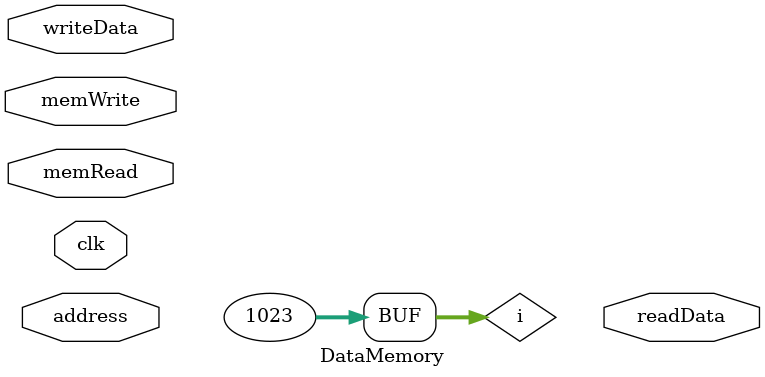
<source format=v>
`timescale 1ns / 1ps
module DataMemory(input clk,input [31:0] address, input [31:0] writeData, input memWrite, input memRead, output reg [31:0] readData);

	reg [7:0] memory [1023:0];
	//-----------------------------------------------------------------------------------------------------------------------
	integer i;
	initial begin 
		for(i=0; i<1023; i= i+1)
			memory[i] = i;
		end
	//-----------------------------------------------------------------------------------------------------------------------
	always @(posedge clk) begin
		if (memRead) begin
			memory[address] = writeData[7:0];
			memory[address + 1] = writeData[15:8];
			memory[address + 2] = writeData[23:16];
			memory[address + 3] = writeData[31:24];
			$display("After writing data memory[address] is = %b", memory[address]);
		end
	end
	//-----------------------------------------------------------------------------------------------------------------------
endmodule

</source>
